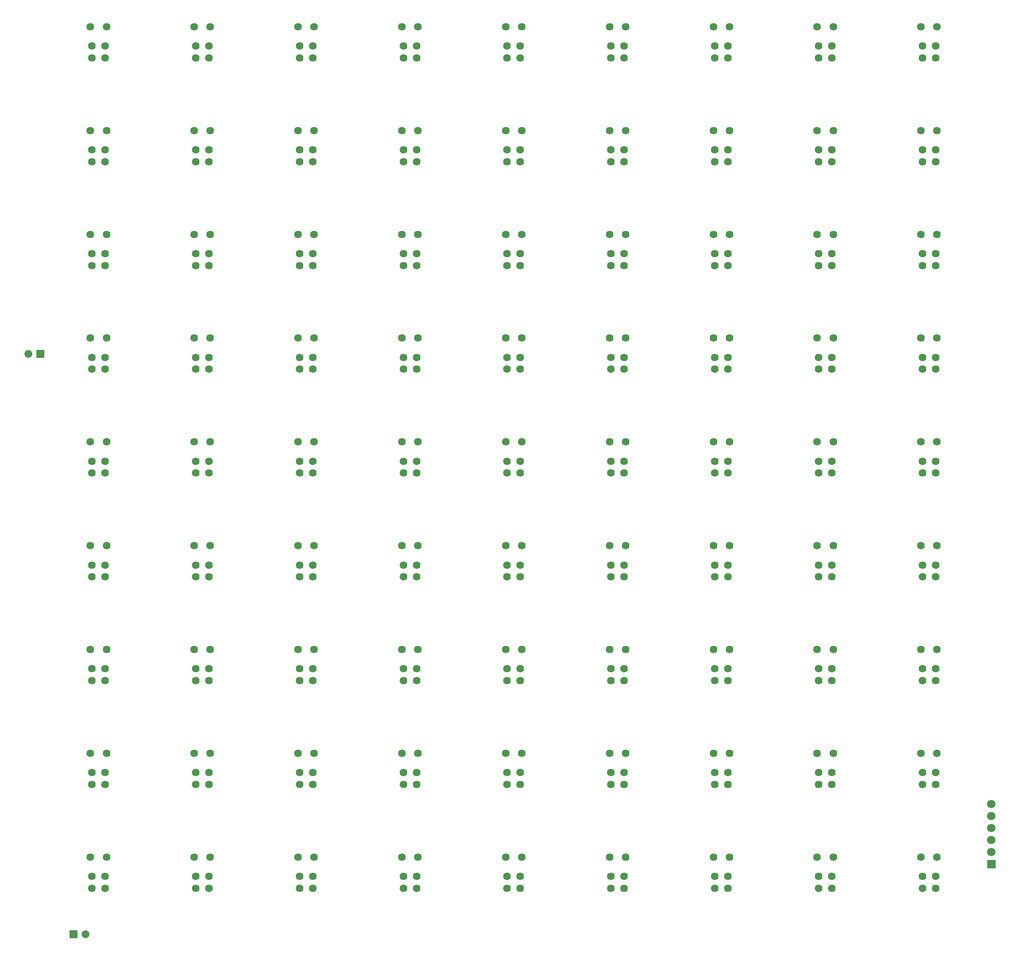
<source format=gts>
G04 Layer: TopSolderMaskLayer*
G04 EasyEDA v6.4.19.5, 2021-05-16T17:52:14+02:00*
G04 c7de764b28da46dab1ebef90a77263ec,763424db4a57434484c59f209b4bf891,10*
G04 Gerber Generator version 0.2*
G04 Scale: 100 percent, Rotated: No, Reflected: No *
G04 Dimensions in inches *
G04 leading zeros omitted , absolute positions ,3 integer and 6 decimal *
%FSLAX36Y36*%
%MOIN*%

%ADD43C,0.0660*%
%ADD45C,0.0709*%
%ADD46C,0.0640*%

%LPD*%
G36*
X625700Y-8261300D02*
G01*
X625700Y-8195300D01*
X691700Y-8195300D01*
X691700Y-8261300D01*
G37*
D43*
G01*
X758659Y-8228330D03*
G36*
X347699Y-3418800D02*
G01*
X347699Y-3352800D01*
X413699Y-3352800D01*
X413699Y-3418800D01*
G37*
G01*
X280709Y-3385819D03*
G36*
X8279499Y-7679200D02*
G01*
X8279499Y-7608200D01*
X8350400Y-7608200D01*
X8350400Y-7679200D01*
G37*
D45*
G01*
X8314939Y-7543690D03*
G01*
X8314939Y-7443690D03*
G01*
X8314939Y-7343690D03*
G01*
X8314939Y-7243690D03*
G01*
X8314939Y-7143690D03*
D46*
G01*
X811030Y-7746070D03*
G01*
X921270Y-7746070D03*
G01*
X811030Y-7844490D03*
G01*
X921270Y-7844490D03*
G01*
X1677169Y-7746070D03*
G01*
X1787409Y-7746070D03*
G01*
X1677169Y-7844490D03*
G01*
X1787409Y-7844490D03*
G01*
X2543320Y-7746070D03*
G01*
X2653559Y-7746070D03*
G01*
X2543320Y-7844490D03*
G01*
X2653559Y-7844490D03*
G01*
X3409449Y-7746070D03*
G01*
X3519690Y-7746070D03*
G01*
X3409449Y-7844490D03*
G01*
X3519690Y-7844490D03*
G01*
X4275600Y-7746070D03*
G01*
X4385839Y-7746070D03*
G01*
X4275600Y-7844490D03*
G01*
X4385839Y-7844490D03*
G01*
X5141729Y-7746070D03*
G01*
X5251970Y-7746070D03*
G01*
X5141729Y-7844490D03*
G01*
X5251970Y-7844490D03*
G01*
X6007879Y-7746070D03*
G01*
X6118119Y-7746070D03*
G01*
X6007879Y-7844490D03*
G01*
X6118119Y-7844490D03*
G01*
X6874020Y-7746070D03*
G01*
X6984260Y-7746070D03*
G01*
X6874020Y-7844490D03*
G01*
X6984260Y-7844490D03*
G01*
X7740159Y-7746070D03*
G01*
X7850400Y-7746070D03*
G01*
X7740159Y-7844490D03*
G01*
X7850400Y-7844490D03*
G01*
X933069Y-655509D03*
G01*
X799210Y-655509D03*
G01*
X1799210Y-655509D03*
G01*
X1665349Y-655509D03*
G01*
X2665360Y-655509D03*
G01*
X2531499Y-655509D03*
G01*
X3531499Y-655509D03*
G01*
X3397640Y-655509D03*
G01*
X4397640Y-655509D03*
G01*
X4263779Y-655509D03*
G01*
X5263779Y-655509D03*
G01*
X5129920Y-655509D03*
G01*
X6129920Y-655509D03*
G01*
X5996059Y-655509D03*
G01*
X6996059Y-655509D03*
G01*
X6862200Y-655509D03*
G01*
X7862209Y-655509D03*
G01*
X7728350Y-655509D03*
G01*
X933069Y-1521649D03*
G01*
X799210Y-1521649D03*
G01*
X1799200Y-1521680D03*
G01*
X1665339Y-1521680D03*
G01*
X2665330Y-1521680D03*
G01*
X2531469Y-1521680D03*
G01*
X3531499Y-1521680D03*
G01*
X3397640Y-1521680D03*
G01*
X4397629Y-1521680D03*
G01*
X4263770Y-1521680D03*
G01*
X5263770Y-1521680D03*
G01*
X5129910Y-1521680D03*
G01*
X6129899Y-1521680D03*
G01*
X5996040Y-1521680D03*
G01*
X6996030Y-1521680D03*
G01*
X6862169Y-1521680D03*
G01*
X7862200Y-1521680D03*
G01*
X7728339Y-1521680D03*
G01*
X933059Y-2387800D03*
G01*
X799200Y-2387800D03*
G01*
X1799200Y-2387809D03*
G01*
X1665339Y-2387809D03*
G01*
X2665330Y-2387809D03*
G01*
X2531469Y-2387809D03*
G01*
X3531499Y-2387809D03*
G01*
X3397640Y-2387809D03*
G01*
X4397629Y-2387809D03*
G01*
X4263770Y-2387809D03*
G01*
X5263770Y-2387809D03*
G01*
X5129910Y-2387809D03*
G01*
X6129899Y-2387809D03*
G01*
X5996040Y-2387809D03*
G01*
X6996030Y-2387809D03*
G01*
X6862169Y-2387809D03*
G01*
X7862200Y-2387809D03*
G01*
X7728339Y-2387809D03*
G01*
X933059Y-3253939D03*
G01*
X799200Y-3253939D03*
G01*
X1799200Y-3253950D03*
G01*
X1665339Y-3253950D03*
G01*
X2665330Y-3253950D03*
G01*
X2531469Y-3253950D03*
G01*
X3531499Y-3253950D03*
G01*
X3397640Y-3253950D03*
G01*
X4397629Y-3253950D03*
G01*
X4263770Y-3253950D03*
G01*
X5263770Y-3253950D03*
G01*
X5129910Y-3253950D03*
G01*
X6129899Y-3253950D03*
G01*
X5996040Y-3253950D03*
G01*
X6996030Y-3253950D03*
G01*
X6862169Y-3253950D03*
G01*
X7862200Y-3253950D03*
G01*
X7728339Y-3253950D03*
G01*
X933059Y-4120079D03*
G01*
X799200Y-4120079D03*
G01*
X1799200Y-4120079D03*
G01*
X1665339Y-4120079D03*
G01*
X2665330Y-4120079D03*
G01*
X2531469Y-4120079D03*
G01*
X3531499Y-4120079D03*
G01*
X3397640Y-4120079D03*
G01*
X4397629Y-4120079D03*
G01*
X4263770Y-4120079D03*
G01*
X5263770Y-4120079D03*
G01*
X5129910Y-4120079D03*
G01*
X6129899Y-4120079D03*
G01*
X5996040Y-4120079D03*
G01*
X6996030Y-4120079D03*
G01*
X6862169Y-4120079D03*
G01*
X7862200Y-4120079D03*
G01*
X7728339Y-4120079D03*
G01*
X933059Y-4986219D03*
G01*
X799200Y-4986219D03*
G01*
X1799200Y-4986250D03*
G01*
X1665339Y-4986250D03*
G01*
X2665330Y-4986250D03*
G01*
X2531469Y-4986250D03*
G01*
X3531499Y-4986250D03*
G01*
X3397640Y-4986250D03*
G01*
X4397629Y-4986250D03*
G01*
X4263770Y-4986250D03*
G01*
X5263770Y-4986250D03*
G01*
X5129910Y-4986250D03*
G01*
X6129899Y-4986250D03*
G01*
X5996040Y-4986250D03*
G01*
X6996030Y-4986250D03*
G01*
X6862169Y-4986250D03*
G01*
X7862200Y-4986250D03*
G01*
X7728339Y-4986250D03*
G01*
X933059Y-5852359D03*
G01*
X799200Y-5852359D03*
G01*
X1799200Y-5852379D03*
G01*
X1665339Y-5852379D03*
G01*
X2665330Y-5852379D03*
G01*
X2531469Y-5852379D03*
G01*
X3531499Y-5852379D03*
G01*
X3397640Y-5852379D03*
G01*
X4397629Y-5852379D03*
G01*
X4263770Y-5852379D03*
G01*
X5263770Y-5852379D03*
G01*
X5129910Y-5852379D03*
G01*
X6129899Y-5852379D03*
G01*
X5996040Y-5852379D03*
G01*
X6996030Y-5852379D03*
G01*
X6862169Y-5852379D03*
G01*
X7862200Y-5852379D03*
G01*
X7728339Y-5852379D03*
G01*
X933059Y-6718499D03*
G01*
X799200Y-6718499D03*
G01*
X1799200Y-6718519D03*
G01*
X1665339Y-6718519D03*
G01*
X2665330Y-6718519D03*
G01*
X2531469Y-6718519D03*
G01*
X3531499Y-6718519D03*
G01*
X3397640Y-6718519D03*
G01*
X4397629Y-6718519D03*
G01*
X4263770Y-6718519D03*
G01*
X5263770Y-6718519D03*
G01*
X5129910Y-6718519D03*
G01*
X6129899Y-6718519D03*
G01*
X5996040Y-6718519D03*
G01*
X6996030Y-6718519D03*
G01*
X6862169Y-6718519D03*
G01*
X7862200Y-6718519D03*
G01*
X7728339Y-6718519D03*
G01*
X933059Y-7584650D03*
G01*
X799200Y-7584650D03*
G01*
X1799200Y-7584650D03*
G01*
X1665339Y-7584650D03*
G01*
X2665330Y-7584650D03*
G01*
X2531469Y-7584650D03*
G01*
X3531499Y-7584650D03*
G01*
X3397640Y-7584650D03*
G01*
X4397629Y-7584650D03*
G01*
X4263770Y-7584650D03*
G01*
X5263770Y-7584650D03*
G01*
X5129910Y-7584650D03*
G01*
X6129899Y-7584650D03*
G01*
X5996040Y-7584650D03*
G01*
X6996030Y-7584650D03*
G01*
X6862169Y-7584650D03*
G01*
X7862200Y-7584650D03*
G01*
X7728339Y-7584650D03*
G01*
X811019Y-816930D03*
G01*
X921260Y-816930D03*
G01*
X811019Y-915349D03*
G01*
X921260Y-915349D03*
G01*
X1677169Y-816930D03*
G01*
X1787409Y-816930D03*
G01*
X1677169Y-915349D03*
G01*
X1787409Y-915349D03*
G01*
X2543310Y-816939D03*
G01*
X2653549Y-816939D03*
G01*
X2543310Y-915360D03*
G01*
X2653549Y-915360D03*
G01*
X3409449Y-816939D03*
G01*
X3519690Y-816939D03*
G01*
X3409449Y-915360D03*
G01*
X3519690Y-915360D03*
G01*
X4275590Y-816939D03*
G01*
X4385829Y-816939D03*
G01*
X4275590Y-915360D03*
G01*
X4385829Y-915360D03*
G01*
X5141729Y-816939D03*
G01*
X5251970Y-816939D03*
G01*
X5141729Y-915360D03*
G01*
X5251970Y-915360D03*
G01*
X6007870Y-816939D03*
G01*
X6118109Y-816939D03*
G01*
X6007870Y-915360D03*
G01*
X6118109Y-915360D03*
G01*
X6874020Y-816939D03*
G01*
X6984260Y-816939D03*
G01*
X6874020Y-915360D03*
G01*
X6984260Y-915360D03*
G01*
X7740159Y-816939D03*
G01*
X7850400Y-816939D03*
G01*
X7740159Y-915360D03*
G01*
X7850400Y-915360D03*
G01*
X811019Y-1683080D03*
G01*
X921260Y-1683080D03*
G01*
X811019Y-1781500D03*
G01*
X921260Y-1781500D03*
G01*
X1677169Y-1683080D03*
G01*
X1787409Y-1683080D03*
G01*
X1677169Y-1781500D03*
G01*
X1787409Y-1781500D03*
G01*
X2543310Y-1683080D03*
G01*
X2653549Y-1683080D03*
G01*
X2543310Y-1781500D03*
G01*
X2653549Y-1781500D03*
G01*
X3409449Y-1683080D03*
G01*
X3519690Y-1683080D03*
G01*
X3409449Y-1781500D03*
G01*
X3519690Y-1781500D03*
G01*
X4275600Y-1683080D03*
G01*
X4385839Y-1683080D03*
G01*
X4275600Y-1781500D03*
G01*
X4385839Y-1781500D03*
G01*
X5141729Y-1683080D03*
G01*
X5251970Y-1683080D03*
G01*
X5141729Y-1781500D03*
G01*
X5251970Y-1781500D03*
G01*
X6007879Y-1683080D03*
G01*
X6118119Y-1683080D03*
G01*
X6007879Y-1781500D03*
G01*
X6118119Y-1781500D03*
G01*
X6874020Y-1683080D03*
G01*
X6984260Y-1683080D03*
G01*
X6874020Y-1781500D03*
G01*
X6984260Y-1781500D03*
G01*
X7740159Y-1683080D03*
G01*
X7850400Y-1683080D03*
G01*
X7740159Y-1781500D03*
G01*
X7850400Y-1781500D03*
G01*
X811030Y-4281500D03*
G01*
X921270Y-4281500D03*
G01*
X811030Y-4379920D03*
G01*
X921270Y-4379920D03*
G01*
X1677169Y-4281500D03*
G01*
X1787409Y-4281500D03*
G01*
X1677169Y-4379920D03*
G01*
X1787409Y-4379920D03*
G01*
X2543320Y-4281500D03*
G01*
X2653559Y-4281500D03*
G01*
X2543320Y-4379920D03*
G01*
X2653559Y-4379920D03*
G01*
X3409449Y-4281500D03*
G01*
X3519690Y-4281500D03*
G01*
X3409449Y-4379920D03*
G01*
X3519690Y-4379920D03*
G01*
X4275600Y-4281500D03*
G01*
X4385839Y-4281500D03*
G01*
X4275600Y-4379920D03*
G01*
X4385839Y-4379920D03*
G01*
X5141729Y-4281500D03*
G01*
X5251970Y-4281500D03*
G01*
X5141729Y-4379920D03*
G01*
X5251970Y-4379920D03*
G01*
X6007879Y-4281500D03*
G01*
X6118119Y-4281500D03*
G01*
X6007879Y-4379920D03*
G01*
X6118119Y-4379920D03*
G01*
X6874020Y-4281500D03*
G01*
X6984260Y-4281500D03*
G01*
X6874020Y-4379920D03*
G01*
X6984260Y-4379920D03*
G01*
X7740159Y-4281500D03*
G01*
X7850400Y-4281500D03*
G01*
X7740159Y-4379920D03*
G01*
X7850400Y-4379920D03*
G01*
X811030Y-5147640D03*
G01*
X921270Y-5147640D03*
G01*
X811030Y-5246060D03*
G01*
X921270Y-5246060D03*
G01*
X1677169Y-5147640D03*
G01*
X1787409Y-5147640D03*
G01*
X1677169Y-5246060D03*
G01*
X1787409Y-5246060D03*
G01*
X2543320Y-5147640D03*
G01*
X2653559Y-5147640D03*
G01*
X2543320Y-5246060D03*
G01*
X2653559Y-5246060D03*
G01*
X3409449Y-5147640D03*
G01*
X3519690Y-5147640D03*
G01*
X3409449Y-5246060D03*
G01*
X3519690Y-5246060D03*
G01*
X4275600Y-5147640D03*
G01*
X4385839Y-5147640D03*
G01*
X4275600Y-5246060D03*
G01*
X4385839Y-5246060D03*
G01*
X5141729Y-5147640D03*
G01*
X5251970Y-5147640D03*
G01*
X5141729Y-5246060D03*
G01*
X5251970Y-5246060D03*
G01*
X6007879Y-5147640D03*
G01*
X6118119Y-5147640D03*
G01*
X6007879Y-5246060D03*
G01*
X6118119Y-5246060D03*
G01*
X6874020Y-5147640D03*
G01*
X6984260Y-5147640D03*
G01*
X6874020Y-5246060D03*
G01*
X6984260Y-5246060D03*
G01*
X7740159Y-5147640D03*
G01*
X7850400Y-5147640D03*
G01*
X7740159Y-5246060D03*
G01*
X7850400Y-5246060D03*
G01*
X811030Y-2549220D03*
G01*
X921270Y-2549220D03*
G01*
X811030Y-2647640D03*
G01*
X921270Y-2647640D03*
G01*
X1677169Y-2549220D03*
G01*
X1787409Y-2549220D03*
G01*
X1677169Y-2647640D03*
G01*
X1787409Y-2647640D03*
G01*
X2543320Y-2549220D03*
G01*
X2653559Y-2549220D03*
G01*
X2543320Y-2647640D03*
G01*
X2653559Y-2647640D03*
G01*
X3409449Y-2549220D03*
G01*
X3519690Y-2549220D03*
G01*
X3409449Y-2647640D03*
G01*
X3519690Y-2647640D03*
G01*
X4275600Y-2549220D03*
G01*
X4385839Y-2549220D03*
G01*
X4275600Y-2647640D03*
G01*
X4385839Y-2647640D03*
G01*
X5141729Y-2549220D03*
G01*
X5251970Y-2549220D03*
G01*
X5141729Y-2647640D03*
G01*
X5251970Y-2647640D03*
G01*
X6007879Y-2549220D03*
G01*
X6118119Y-2549220D03*
G01*
X6007879Y-2647640D03*
G01*
X6118119Y-2647640D03*
G01*
X6874020Y-2549220D03*
G01*
X6984260Y-2549220D03*
G01*
X6874020Y-2647640D03*
G01*
X6984260Y-2647640D03*
G01*
X7740159Y-2549220D03*
G01*
X7850400Y-2549220D03*
G01*
X7740159Y-2647640D03*
G01*
X7850400Y-2647640D03*
G01*
X811019Y-3415360D03*
G01*
X921260Y-3415360D03*
G01*
X811019Y-3513780D03*
G01*
X921260Y-3513780D03*
G01*
X1677169Y-3415360D03*
G01*
X1787409Y-3415360D03*
G01*
X1677169Y-3513780D03*
G01*
X1787409Y-3513780D03*
G01*
X2543320Y-3415360D03*
G01*
X2653559Y-3415360D03*
G01*
X2543320Y-3513780D03*
G01*
X2653559Y-3513780D03*
G01*
X3409449Y-3415360D03*
G01*
X3519690Y-3415360D03*
G01*
X3409449Y-3513780D03*
G01*
X3519690Y-3513780D03*
G01*
X4275600Y-3415360D03*
G01*
X4385839Y-3415360D03*
G01*
X4275600Y-3513780D03*
G01*
X4385839Y-3513780D03*
G01*
X5141729Y-3415360D03*
G01*
X5251970Y-3415360D03*
G01*
X5141729Y-3513780D03*
G01*
X5251970Y-3513780D03*
G01*
X6007879Y-3415360D03*
G01*
X6118119Y-3415360D03*
G01*
X6007879Y-3513780D03*
G01*
X6118119Y-3513780D03*
G01*
X6874020Y-3415360D03*
G01*
X6984260Y-3415360D03*
G01*
X6874020Y-3513780D03*
G01*
X6984260Y-3513780D03*
G01*
X7740159Y-3415360D03*
G01*
X7850400Y-3415360D03*
G01*
X7740159Y-3513780D03*
G01*
X7850400Y-3513780D03*
G01*
X811030Y-6013780D03*
G01*
X921270Y-6013780D03*
G01*
X811030Y-6112199D03*
G01*
X921270Y-6112199D03*
G01*
X1677169Y-6013789D03*
G01*
X1787409Y-6013789D03*
G01*
X1677169Y-6112210D03*
G01*
X1787409Y-6112210D03*
G01*
X2543320Y-6013789D03*
G01*
X2653559Y-6013789D03*
G01*
X2543320Y-6112210D03*
G01*
X2653559Y-6112210D03*
G01*
X3409449Y-6013789D03*
G01*
X3519690Y-6013789D03*
G01*
X3409449Y-6112210D03*
G01*
X3519690Y-6112210D03*
G01*
X4275600Y-6013789D03*
G01*
X4385839Y-6013789D03*
G01*
X4275600Y-6112210D03*
G01*
X4385839Y-6112210D03*
G01*
X5141729Y-6013789D03*
G01*
X5251970Y-6013789D03*
G01*
X5141729Y-6112210D03*
G01*
X5251970Y-6112210D03*
G01*
X6007879Y-6013789D03*
G01*
X6118119Y-6013789D03*
G01*
X6007879Y-6112210D03*
G01*
X6118119Y-6112210D03*
G01*
X6874020Y-6013789D03*
G01*
X6984260Y-6013789D03*
G01*
X6874020Y-6112210D03*
G01*
X6984260Y-6112210D03*
G01*
X7740159Y-6013789D03*
G01*
X7850400Y-6013789D03*
G01*
X7740159Y-6112210D03*
G01*
X7850400Y-6112210D03*
G01*
X811030Y-6879929D03*
G01*
X921270Y-6879929D03*
G01*
X811030Y-6978350D03*
G01*
X921270Y-6978350D03*
G01*
X1677169Y-6879929D03*
G01*
X1787409Y-6879929D03*
G01*
X1677169Y-6978350D03*
G01*
X1787409Y-6978350D03*
G01*
X2543320Y-6879929D03*
G01*
X2653559Y-6879929D03*
G01*
X2543320Y-6978350D03*
G01*
X2653559Y-6978350D03*
G01*
X3409449Y-6879929D03*
G01*
X3519690Y-6879929D03*
G01*
X3409449Y-6978350D03*
G01*
X3519690Y-6978350D03*
G01*
X4275600Y-6879929D03*
G01*
X4385839Y-6879929D03*
G01*
X4275600Y-6978350D03*
G01*
X4385839Y-6978350D03*
G01*
X5141729Y-6879929D03*
G01*
X5251970Y-6879929D03*
G01*
X5141729Y-6978350D03*
G01*
X5251970Y-6978350D03*
G01*
X6007879Y-6879929D03*
G01*
X6118119Y-6879929D03*
G01*
X6007879Y-6978350D03*
G01*
X6118119Y-6978350D03*
G01*
X6874020Y-6879929D03*
G01*
X6984260Y-6879929D03*
G01*
X6874020Y-6978350D03*
G01*
X6984260Y-6978350D03*
G01*
X7740159Y-6879929D03*
G01*
X7850400Y-6879929D03*
G01*
X7740159Y-6978350D03*
G01*
X7850400Y-6978350D03*
M02*

</source>
